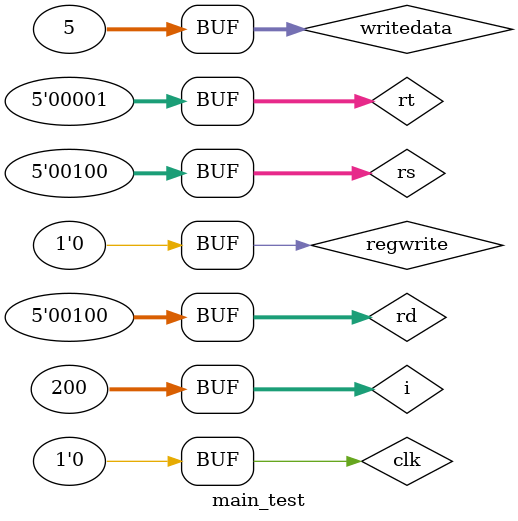
<source format=v>
`timescale 1ns / 1ps

module main_test;

   // Inputs
   reg [4:0] rs, rt, rd;
   reg [31:0] writedata;
   reg regwrite;
   reg clk;
   
   // Output
   wire [31:0] A, B;
   
   integer  i;
   // Instantiate the Unit Under Test (UUT)
   RegFile uut(rs,
               rt,
               rd,
               writedata,
               A,
               B,
               regwrite,
               clk);
   initial begin
      /// Initialize Inputs
      #50;
      rs = 0;
      rt = 1;
      rd = 4;
      writedata = 5;
      regwrite = 0;
      
      #50;
      rs = 0;
      rt = 1;
      rd = 4;
      regwrite = 1;
      writedata = 5;
      
      #50;
      rs = 4;
      rt = 1;
      rd = 4;
      regwrite = 0;
      writedata = 5;
      
      #50;
      regwrite = 0;
   end
   
initial begin
   clk = 0; 
	for (i = 0; i < 200; i = i + 1)
      #25 clk = ~clk;
end

   initial begin
      $dumpfile("./RegFile.vcd");
      $dumpvars;
   end

endmodule

</source>
